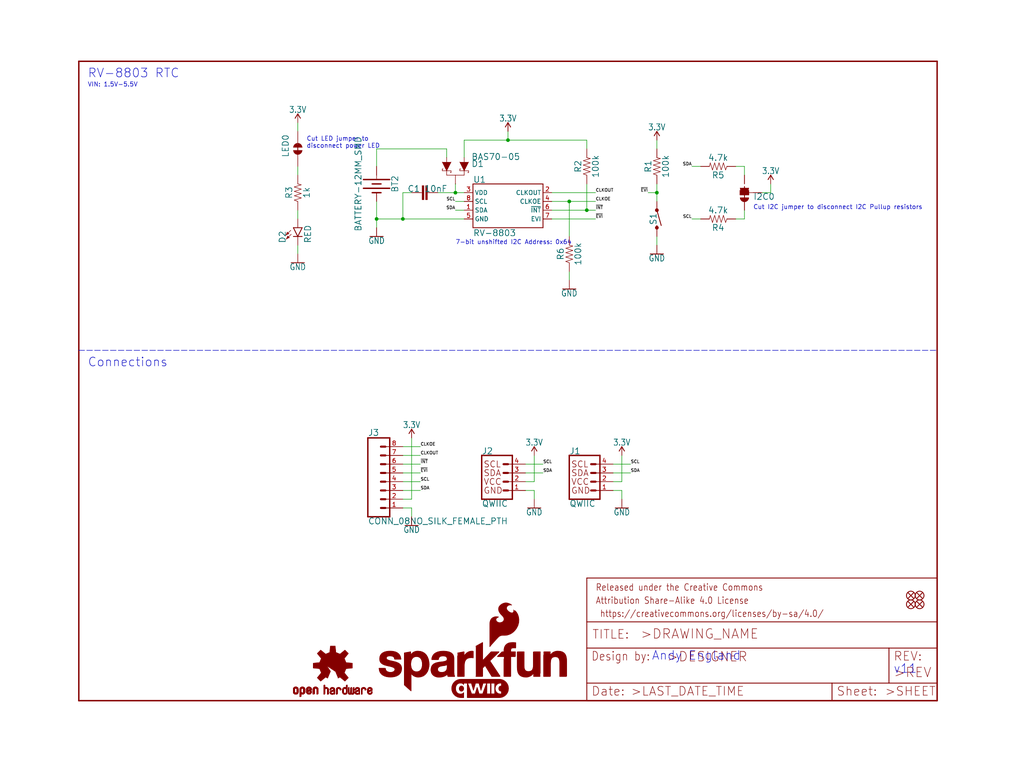
<source format=kicad_sch>
(kicad_sch (version 20211123) (generator eeschema)
  (paper "User" 297.002 223.926)
  (lib_symbols
    (symbol "eagleSchem-eagle-import:100KOHM-0603-1{slash}10W-1%"
      (property "Reference" "R" (at 0 1.524 0))
      (property "Value" "100KOHM-0603-1{slash}10W-1%" (at 0 -1.524 0))
      (symbol "100KOHM-0603-1{slash}10W-1%_1_0"
        (pin passive line (at -5.08 0 0) (length 2.54) (name "1") (number "1"))
        (pin passive line (at 5.08 0 180) (length 2.54) (name "2") (number "2"))
      )
    )
    (symbol "eagleSchem-eagle-import:10NF-0603-50V-10%"
      (property "Reference" "C" (at 1.524 2.921 0))
      (property "Value" "10NF-0603-50V-10%" (at 1.524 -2.159 0))
      (symbol "10NF-0603-50V-10%_1_0"
        (pin passive line (at 0 5.08 270) (length 2.54) (name "1") (number "1"))
        (pin passive line (at 0 -2.54 90) (length 2.54) (name "2") (number "2"))
      )
    )
    (symbol "eagleSchem-eagle-import:1KOHM-0603-1{slash}10W-1%"
      (property "Reference" "R" (at 0 1.524 0))
      (property "Value" "1KOHM-0603-1{slash}10W-1%" (at 0 -1.524 0))
      (symbol "1KOHM-0603-1{slash}10W-1%_1_0"
        (pin passive line (at -5.08 0 0) (length 2.54) (name "1") (number "1"))
        (pin passive line (at 5.08 0 180) (length 2.54) (name "2") (number "2"))
      )
    )
    (symbol "eagleSchem-eagle-import:3.3V" (power)
      (property "Value" "3.3V" (at 0 2.794 0))
      (symbol "3.3V_1_0"
        (pin power_in line (at 0 0 90) (length 2.54) (name "3.3V") (number "1"))
      )
    )
    (symbol "eagleSchem-eagle-import:4.7KOHM-0603-1{slash}10W-1%"
      (property "Reference" "R" (at 0 1.524 0))
      (property "Value" "4.7KOHM-0603-1{slash}10W-1%" (at 0 -1.524 0))
      (symbol "4.7KOHM-0603-1{slash}10W-1%_1_0"
        (pin passive line (at -5.08 0 0) (length 2.54) (name "1") (number "1"))
        (pin passive line (at 5.08 0 180) (length 2.54) (name "2") (number "2"))
      )
    )
    (symbol "eagleSchem-eagle-import:BATTERY-12MM_SMD"
      (property "Reference" "BT" (at 0 4.318 0))
      (property "Value" "BATTERY-12MM_SMD" (at 0 -4.318 0))
      (symbol "BATTERY-12MM_SMD_1_0"
        (pin power_in line (at 5.08 0 180) (length 2.54) (name "-") (number "GND"))
        (pin power_in line (at -5.08 0 0) (length 2.54) (name "+") (number "PWR@1"))
      )
    )
    (symbol "eagleSchem-eagle-import:CONN_08NO_SILK_FEMALE_PTH"
      (property "Reference" "J" (at -5.08 13.208 0))
      (property "Value" "CONN_08NO_SILK_FEMALE_PTH" (at -5.08 -12.446 0))
      (symbol "CONN_08NO_SILK_FEMALE_PTH_1_0"
        (pin passive line (at 5.08 -7.62 180) (length 5.08) (name "1") (number "1"))
        (pin passive line (at 5.08 -5.08 180) (length 5.08) (name "2") (number "2"))
        (pin passive line (at 5.08 -2.54 180) (length 5.08) (name "3") (number "3"))
        (pin passive line (at 5.08 0 180) (length 5.08) (name "4") (number "4"))
        (pin passive line (at 5.08 2.54 180) (length 5.08) (name "5") (number "5"))
        (pin passive line (at 5.08 5.08 180) (length 5.08) (name "6") (number "6"))
        (pin passive line (at 5.08 7.62 180) (length 5.08) (name "7") (number "7"))
        (pin passive line (at 5.08 10.16 180) (length 5.08) (name "8") (number "8"))
      )
    )
    (symbol "eagleSchem-eagle-import:DIODE-SCHOTTKY-DUAL"
      (property "Reference" "D" (at -2.54 2.032 0))
      (property "Value" "DIODE-SCHOTTKY-DUAL" (at -2.54 -7.112 0))
      (symbol "DIODE-SCHOTTKY-DUAL_1_0"
        (pin passive line (at -2.54 0 0) (length 0) (name "A") (number "1"))
        (pin passive line (at -2.54 -5.08 0) (length 0) (name "A1") (number "2"))
        (pin passive line (at 5.08 -2.54 180) (length 0) (name "C") (number "3"))
      )
    )
    (symbol "eagleSchem-eagle-import:FIDUCIALUFIDUCIAL")
    (symbol "eagleSchem-eagle-import:FRAME-LETTER"
      (symbol "FRAME-LETTER_2_0"
        (text " https://creativecommons.org/licenses/by-sa/4.0/" (at 2.54 24.13 0) (effects (font (size 1.9304 1.6408)) (justify left bottom)))
        (text ">DESIGNER" (at 23.114 11.176 0) (effects (font (size 2.7432 2.7432)) (justify left bottom)))
        (text ">DRAWING_NAME" (at 15.494 17.78 0) (effects (font (size 2.7432 2.7432)) (justify left bottom)))
        (text ">LAST_DATE_TIME" (at 12.7 1.27 0) (effects (font (size 2.54 2.54)) (justify left bottom)))
        (text ">REV" (at 88.9 6.604 0) (effects (font (size 2.7432 2.7432)) (justify left bottom)))
        (text ">SHEET" (at 86.36 1.27 0) (effects (font (size 2.54 2.54)) (justify left bottom)))
        (text "Attribution Share-Alike 4.0 License" (at 2.54 27.94 0) (effects (font (size 1.9304 1.6408)) (justify left bottom)))
        (text "Date:" (at 1.27 1.27 0) (effects (font (size 2.54 2.54)) (justify left bottom)))
        (text "Design by:" (at 1.27 11.43 0) (effects (font (size 2.54 2.159)) (justify left bottom)))
        (text "Released under the Creative Commons" (at 2.54 31.75 0) (effects (font (size 1.9304 1.6408)) (justify left bottom)))
        (text "REV:" (at 88.9 11.43 0) (effects (font (size 2.54 2.54)) (justify left bottom)))
        (text "Sheet:" (at 72.39 1.27 0) (effects (font (size 2.54 2.54)) (justify left bottom)))
        (text "TITLE:" (at 1.524 17.78 0) (effects (font (size 2.54 2.54)) (justify left bottom)))
      )
    )
    (symbol "eagleSchem-eagle-import:GND" (power)
      (property "Value" "GND" (at 0 -0.254 0))
      (symbol "GND_1_0"
        (pin power_in line (at 0 2.54 270) (length 2.54) (name "GND") (number "1"))
      )
    )
    (symbol "eagleSchem-eagle-import:JUMPER-SMT_2_NC_TRACE_NO-SILK"
      (property "Reference" "JP" (at -2.54 2.54 0))
      (property "Value" "JUMPER-SMT_2_NC_TRACE_NO-SILK" (at -2.54 -2.54 0))
      (symbol "JUMPER-SMT_2_NC_TRACE_NO-SILK_1_0"
        (pin passive line (at -5.08 0 0) (length 2.54) (name "1") (number "1"))
        (pin passive line (at 5.08 0 180) (length 2.54) (name "2") (number "2"))
      )
    )
    (symbol "eagleSchem-eagle-import:JUMPER-SMT_3_2-NC_TRACE_NO-SILK"
      (property "Reference" "JP" (at 2.54 0.381 0))
      (property "Value" "JUMPER-SMT_3_2-NC_TRACE_NO-SILK" (at 2.54 -0.381 0))
      (symbol "JUMPER-SMT_3_2-NC_TRACE_NO-SILK_1_0"
        (pin passive line (at 0 5.08 270) (length 2.54) (name "1") (number "1"))
        (pin passive line (at -5.08 0 0) (length 2.54) (name "2") (number "2"))
        (pin passive line (at 0 -5.08 90) (length 2.54) (name "3") (number "3"))
      )
    )
    (symbol "eagleSchem-eagle-import:LED-RED0603"
      (property "Reference" "D" (at -3.429 -4.572 90))
      (property "Value" "LED-RED0603" (at 1.905 -4.572 90))
      (symbol "LED-RED0603_1_0"
        (pin passive line (at 0 2.54 270) (length 2.54) (name "A") (number "A"))
        (pin passive line (at 0 -5.08 90) (length 2.54) (name "C") (number "C"))
      )
    )
    (symbol "eagleSchem-eagle-import:MOMENTARY-SWITCH-SPST-SMD-5.2MM-TALL"
      (property "Reference" "S" (at 0 1.524 0))
      (property "Value" "MOMENTARY-SWITCH-SPST-SMD-5.2MM-TALL" (at 0 -0.508 0))
      (symbol "MOMENTARY-SWITCH-SPST-SMD-5.2MM-TALL_1_0"
        (pin passive line (at -5.08 0 0) (length 2.54) (name "1") (number "1"))
        (pin passive line (at 5.08 0 180) (length 2.54) (name "2") (number "3"))
      )
    )
    (symbol "eagleSchem-eagle-import:OSHW-LOGOS")
    (symbol "eagleSchem-eagle-import:QWIIC_CONNECTORJS-1MM"
      (property "Reference" "J" (at -5.08 7.874 0))
      (property "Value" "QWIIC_CONNECTORJS-1MM" (at -5.08 -5.334 0))
      (symbol "QWIIC_CONNECTORJS-1MM_1_0"
        (text "GND" (at -4.572 -2.54 0) (effects (font (size 1.778 1.778)) (justify left)))
        (text "SCL" (at -4.572 5.08 0) (effects (font (size 1.778 1.778)) (justify left)))
        (text "SDA" (at -4.572 2.54 0) (effects (font (size 1.778 1.778)) (justify left)))
        (text "VCC" (at -4.572 0 0) (effects (font (size 1.778 1.778)) (justify left)))
        (pin power_in line (at 7.62 -2.54 180) (length 5.08) (name "1") (number "1"))
        (pin power_in line (at 7.62 0 180) (length 5.08) (name "2") (number "2"))
        (pin passive line (at 7.62 2.54 180) (length 5.08) (name "3") (number "3"))
        (pin passive line (at 7.62 5.08 180) (length 5.08) (name "4") (number "4"))
      )
    )
    (symbol "eagleSchem-eagle-import:QWIIC_LOGO_5MM")
    (symbol "eagleSchem-eagle-import:RV-8803"
      (property "Reference" "U" (at -10.16 5.334 0))
      (property "Value" "RV-8803" (at -10.16 -10.16 0))
      (symbol "RV-8803_1_0"
        (pin bidirectional line (at -12.7 -2.54 0) (length 2.54) (name "SDA") (number "1"))
        (pin bidirectional line (at 12.7 2.54 180) (length 2.54) (name "CLKOUT") (number "2"))
        (pin bidirectional line (at -12.7 2.54 0) (length 2.54) (name "VDD") (number "3"))
        (pin bidirectional line (at 12.7 0 180) (length 2.54) (name "CLKOE") (number "4"))
        (pin bidirectional line (at -12.7 -5.08 0) (length 2.54) (name "GND") (number "5"))
        (pin bidirectional line (at 12.7 -2.54 180) (length 2.54) (name "~{INT}") (number "6"))
        (pin bidirectional line (at 12.7 -5.08 180) (length 2.54) (name "EVI") (number "7"))
        (pin bidirectional line (at -12.7 0 0) (length 2.54) (name "SCL") (number "8"))
      )
    )
    (symbol "eagleSchem-eagle-import:SFE_LOGO_NAME.1_INCH")
    (symbol "eagleSchem-eagle-import:SFE_LOGO_NAME_FLAME.1_INCH")
  )
  (junction (at 147.32 40.64))
  (junction (at 165.1 58.42))
  (junction (at 132.08 55.88))
  (junction (at 170.18 60.96))
  (junction (at 116.84 63.5))
  (junction (at 190.5 55.88))
  (junction (at 109.22 63.5))
  (wire (pts (xy 203.2 63.5) (xy 200.66 63.5)))
  (wire (pts (xy 109.22 43.18) (xy 109.22 48.26)))
  (wire (pts (xy 203.2 48.26) (xy 200.66 48.26)))
  (wire (pts (xy 116.84 129.54) (xy 121.92 129.54)))
  (wire (pts (xy 170.18 60.96) (xy 160.02 60.96)))
  (wire (pts (xy 134.62 40.64) (xy 147.32 40.64)))
  (wire (pts (xy 215.9 63.5) (xy 213.36 63.5)))
  (wire (pts (xy 152.4 134.62) (xy 157.48 134.62)))
  (wire (pts (xy 152.4 142.24) (xy 154.94 142.24)))
  (wire (pts (xy 180.34 142.24) (xy 180.34 144.78)))
  (wire (pts (xy 160.02 55.88) (xy 172.72 55.88)))
  (wire (pts (xy 86.36 60.96) (xy 86.36 63.5)))
  (wire (pts (xy 190.5 55.88) (xy 187.96 55.88)))
  (wire (pts (xy 160.02 58.42) (xy 165.1 58.42)))
  (wire (pts (xy 116.84 142.24) (xy 121.92 142.24)))
  (wire (pts (xy 132.08 53.34) (xy 132.08 55.88)))
  (wire (pts (xy 86.36 50.8) (xy 86.36 48.26)))
  (wire (pts (xy 170.18 60.96) (xy 172.72 60.96)))
  (wire (pts (xy 109.22 43.18) (xy 129.54 43.18)))
  (wire (pts (xy 152.4 137.16) (xy 157.48 137.16)))
  (wire (pts (xy 116.84 55.88) (xy 116.84 63.5)))
  (wire (pts (xy 116.84 139.7) (xy 121.92 139.7)))
  (wire (pts (xy 220.98 55.88) (xy 223.52 55.88)))
  (wire (pts (xy 134.62 45.72) (xy 134.62 40.64)))
  (wire (pts (xy 165.1 78.74) (xy 165.1 81.28)))
  (wire (pts (xy 154.94 142.24) (xy 154.94 144.78)))
  (wire (pts (xy 190.5 53.34) (xy 190.5 55.88)))
  (polyline (pts (xy 22.86 101.6) (xy 271.78 101.6)))
  (wire (pts (xy 190.5 55.88) (xy 190.5 58.42)))
  (wire (pts (xy 215.9 48.26) (xy 215.9 50.8)))
  (wire (pts (xy 109.22 58.42) (xy 109.22 63.5)))
  (wire (pts (xy 134.62 58.42) (xy 132.08 58.42)))
  (wire (pts (xy 127 55.88) (xy 132.08 55.88)))
  (wire (pts (xy 223.52 55.88) (xy 223.52 53.34)))
  (wire (pts (xy 177.8 139.7) (xy 180.34 139.7)))
  (wire (pts (xy 116.84 63.5) (xy 134.62 63.5)))
  (wire (pts (xy 116.84 137.16) (xy 121.92 137.16)))
  (wire (pts (xy 180.34 139.7) (xy 180.34 132.08)))
  (wire (pts (xy 152.4 139.7) (xy 154.94 139.7)))
  (wire (pts (xy 86.36 73.66) (xy 86.36 71.12)))
  (wire (pts (xy 116.84 55.88) (xy 119.38 55.88)))
  (wire (pts (xy 190.5 68.58) (xy 190.5 71.12)))
  (wire (pts (xy 116.84 132.08) (xy 121.92 132.08)))
  (wire (pts (xy 160.02 63.5) (xy 172.72 63.5)))
  (wire (pts (xy 154.94 139.7) (xy 154.94 132.08)))
  (wire (pts (xy 116.84 63.5) (xy 109.22 63.5)))
  (wire (pts (xy 170.18 40.64) (xy 170.18 43.18)))
  (wire (pts (xy 119.38 144.78) (xy 119.38 127)))
  (wire (pts (xy 213.36 48.26) (xy 215.9 48.26)))
  (wire (pts (xy 165.1 58.42) (xy 172.72 58.42)))
  (wire (pts (xy 147.32 40.64) (xy 147.32 38.1)))
  (wire (pts (xy 177.8 134.62) (xy 182.88 134.62)))
  (wire (pts (xy 190.5 40.64) (xy 190.5 43.18)))
  (wire (pts (xy 170.18 53.34) (xy 170.18 60.96)))
  (wire (pts (xy 147.32 40.64) (xy 170.18 40.64)))
  (wire (pts (xy 86.36 35.56) (xy 86.36 38.1)))
  (wire (pts (xy 116.84 144.78) (xy 119.38 144.78)))
  (wire (pts (xy 116.84 147.32) (xy 119.38 147.32)))
  (wire (pts (xy 109.22 63.5) (xy 109.22 66.04)))
  (wire (pts (xy 177.8 137.16) (xy 182.88 137.16)))
  (wire (pts (xy 134.62 55.88) (xy 132.08 55.88)))
  (wire (pts (xy 119.38 147.32) (xy 119.38 149.86)))
  (wire (pts (xy 177.8 142.24) (xy 180.34 142.24)))
  (wire (pts (xy 116.84 134.62) (xy 121.92 134.62)))
  (wire (pts (xy 215.9 60.96) (xy 215.9 63.5)))
  (wire (pts (xy 134.62 60.96) (xy 132.08 60.96)))
  (wire (pts (xy 165.1 58.42) (xy 165.1 68.58)))
  (wire (pts (xy 129.54 43.18) (xy 129.54 45.72)))
  (text "Andy England" (at 188.976 191.77 180) (effects (font (size 2.54 2.54)) (justify left bottom)))
  (text "Cut I2C jumper to disconnect I2C Pullup resistors" (at 218.44 60.96 180) (effects (font (size 1.27 1.27)) (justify left bottom)))
  (text "Connections" (at 25.4 106.68 180) (effects (font (size 2.54 2.54)) (justify left bottom)))
  (text "RV-8803 RTC" (at 25.4 22.86 180) (effects (font (size 2.54 2.54)) (justify left bottom)))
  (text "Cut LED jumper to\ndisconnect power LED" (at 88.9 43.18 180) (effects (font (size 1.27 1.27)) (justify left bottom)))
  (text "v11" (at 259.08 195.58 180) (effects (font (size 2.54 2.54)) (justify left bottom)))
  (text "7-bit unshifted I2C Address: 0x64" (at 132.08 71.12 180) (effects (font (size 1.27 1.27)) (justify left bottom)))
  (text "VIN: 1.5V-5.5V" (at 25.4 25.4 180) (effects (font (size 1.27 1.27)) (justify left bottom)))
  (label "CLKOUT" (at 121.92 132.08 0) (effects (font (size 0.889 0.889))))
  (label "~{EVI}" (at 187.96 55.88 180) (effects (font (size 0.889 0.889))))
  (label "SCL" (at 182.88 134.62 0) (effects (font (size 0.889 0.889))))
  (label "SDA" (at 157.48 137.16 0) (effects (font (size 0.889 0.889))))
  (label "SCL" (at 132.08 58.42 180) (effects (font (size 0.889 0.889))))
  (label "~{EVI}" (at 121.92 137.16 0) (effects (font (size 0.889 0.889))))
  (label "SDA" (at 121.92 142.24 0) (effects (font (size 0.889 0.889))))
  (label "SDA" (at 200.66 48.26 180) (effects (font (size 0.889 0.889))))
  (label "~{INT}" (at 172.72 60.96 0) (effects (font (size 0.889 0.889))))
  (label "CLKOE" (at 172.72 58.42 0) (effects (font (size 0.889 0.889))))
  (label "CLKOE" (at 121.92 129.54 0) (effects (font (size 0.889 0.889))))
  (label "~{INT}" (at 121.92 134.62 0) (effects (font (size 0.889 0.889))))
  (label "SCL" (at 121.92 139.7 0) (effects (font (size 0.889 0.889))))
  (label "SDA" (at 132.08 60.96 180) (effects (font (size 0.889 0.889))))
  (label "SDA" (at 182.88 137.16 0) (effects (font (size 0.889 0.889))))
  (label "SCL" (at 157.48 134.62 0) (effects (font (size 0.889 0.889))))
  (label "CLKOUT" (at 172.72 55.88 0) (effects (font (size 0.889 0.889))))
  (label "SCL" (at 200.66 63.5 180) (effects (font (size 0.889 0.889))))
  (label "~{EVI}" (at 172.72 63.5 0) (effects (font (size 0.889 0.889))))
  (symbol (lib_id "eagleSchem-eagle-import:FIDUCIALUFIDUCIAL") (at 266.7 172.72 0) (unit 1)
    (property "Reference" "FD2" (effects hide))
    (property "Value" "FIDUCIALUFIDUCIAL" (effects hide))
    (property "Footprint" "eagleSchem:FIDUCIAL-MICRO" (effects hide))
  )
  (symbol (lib_id "eagleSchem-eagle-import:3.3V") (at 180.34 132.08 0) (unit 1)
    (property "Reference" "#SUPPLY1" (effects hide))
    (property "Value" "3.3V" (at 180.34 129.286 0) (effects (font (size 1.778 1.5113)) (justify bottom)))
    (property "Footprint" "eagleSchem:" (effects hide))
  )
  (symbol (lib_id "eagleSchem-eagle-import:100KOHM-0603-1{slash}10W-1%") (at 165.1 73.66 90) (unit 1)
    (property "Reference" "R6" (at 163.576 73.66 0) (effects (font (size 1.778 1.778)) (justify bottom)))
    (property "Value" "100k" (at 166.624 73.66 0) (effects (font (size 1.778 1.778)) (justify top)))
    (property "Footprint" "eagleSchem:0603" (effects hide))
  )
  (symbol (lib_id "eagleSchem-eagle-import:QWIIC_CONNECTORJS-1MM") (at 170.18 139.7 0) (unit 1)
    (property "Reference" "J1" (at 165.1 131.826 0) (effects (font (size 1.778 1.778)) (justify left bottom)))
    (property "Value" "QWIIC" (at 165.1 145.034 0) (effects (font (size 1.778 1.778)) (justify left top)))
    (property "Footprint" "eagleSchem:JST04_1MM_RA" (effects hide))
  )
  (symbol (lib_id "eagleSchem-eagle-import:DIODE-SCHOTTKY-DUAL") (at 134.62 48.26 270) (unit 1)
    (property "Reference" "D1" (at 136.652 48.514 90) (effects (font (size 1.778 1.778)) (justify left bottom)))
    (property "Value" "BAS70-05" (at 136.652 44.45 90) (effects (font (size 1.778 1.778)) (justify left top)))
    (property "Footprint" "eagleSchem:SOT23-3" (effects hide))
  )
  (symbol (lib_id "eagleSchem-eagle-import:100KOHM-0603-1{slash}10W-1%") (at 190.5 48.26 90) (unit 1)
    (property "Reference" "R1" (at 188.976 48.26 0) (effects (font (size 1.778 1.778)) (justify bottom)))
    (property "Value" "100k" (at 192.024 48.26 0) (effects (font (size 1.778 1.778)) (justify top)))
    (property "Footprint" "eagleSchem:0603" (effects hide))
  )
  (symbol (lib_id "eagleSchem-eagle-import:4.7KOHM-0603-1{slash}10W-1%") (at 208.28 63.5 180) (unit 1)
    (property "Reference" "R4" (at 208.28 65.024 0) (effects (font (size 1.778 1.778)) (justify bottom)))
    (property "Value" "4.7k" (at 208.28 61.976 0) (effects (font (size 1.778 1.778)) (justify top)))
    (property "Footprint" "eagleSchem:0603" (effects hide))
  )
  (symbol (lib_id "eagleSchem-eagle-import:10NF-0603-50V-10%") (at 124.46 55.88 90) (unit 1)
    (property "Reference" "C1" (at 121.92 53.721 90) (effects (font (size 1.778 1.778)) (justify left bottom)))
    (property "Value" "10nF" (at 129.794 53.721 90) (effects (font (size 1.778 1.778)) (justify left bottom)))
    (property "Footprint" "eagleSchem:0603" (effects hide))
  )
  (symbol (lib_id "eagleSchem-eagle-import:GND") (at 180.34 147.32 0) (unit 1)
    (property "Reference" "#GND2" (effects hide))
    (property "Value" "GND" (at 180.34 147.574 0) (effects (font (size 1.778 1.5113)) (justify top)))
    (property "Footprint" "eagleSchem:" (effects hide))
  )
  (symbol (lib_id "eagleSchem-eagle-import:100KOHM-0603-1{slash}10W-1%") (at 170.18 48.26 90) (unit 1)
    (property "Reference" "R2" (at 168.656 48.26 0) (effects (font (size 1.778 1.778)) (justify bottom)))
    (property "Value" "100k" (at 171.704 48.26 0) (effects (font (size 1.778 1.778)) (justify top)))
    (property "Footprint" "eagleSchem:0603" (effects hide))
  )
  (symbol (lib_id "eagleSchem-eagle-import:SFE_LOGO_NAME_FLAME.1_INCH") (at 109.22 200.66 0) (unit 1)
    (property "Reference" "LOGO1" (effects hide))
    (property "Value" "SFE_LOGO_NAME_FLAME.1_INCH" (effects hide))
    (property "Footprint" "eagleSchem:SFE_LOGO_NAME_FLAME_.1" (effects hide))
  )
  (symbol (lib_id "eagleSchem-eagle-import:GND") (at 109.22 68.58 0) (unit 1)
    (property "Reference" "#GND1" (effects hide))
    (property "Value" "GND" (at 109.22 68.834 0) (effects (font (size 1.778 1.5113)) (justify top)))
    (property "Footprint" "eagleSchem:" (effects hide))
  )
  (symbol (lib_id "eagleSchem-eagle-import:LED-RED0603") (at 86.36 66.04 0) (unit 1)
    (property "Reference" "D2" (at 82.931 70.612 90) (effects (font (size 1.778 1.778)) (justify left bottom)))
    (property "Value" "RED" (at 88.265 70.612 90) (effects (font (size 1.778 1.778)) (justify left top)))
    (property "Footprint" "eagleSchem:LED-0603" (effects hide))
  )
  (symbol (lib_id "eagleSchem-eagle-import:3.3V") (at 119.38 127 0) (unit 1)
    (property "Reference" "#SUPPLY3" (effects hide))
    (property "Value" "3.3V" (at 119.38 124.206 0) (effects (font (size 1.778 1.5113)) (justify bottom)))
    (property "Footprint" "eagleSchem:" (effects hide))
  )
  (symbol (lib_id "eagleSchem-eagle-import:RV-8803") (at 147.32 58.42 0) (unit 1)
    (property "Reference" "U1" (at 137.16 53.086 0) (effects (font (size 1.778 1.778)) (justify left bottom)))
    (property "Value" "RV-8803" (at 137.16 68.58 0) (effects (font (size 1.778 1.778)) (justify left bottom)))
    (property "Footprint" "eagleSchem:RV-3028" (effects hide))
  )
  (symbol (lib_id "eagleSchem-eagle-import:BATTERY-12MM_SMD") (at 109.22 53.34 270) (unit 1)
    (property "Reference" "BT2" (at 113.538 53.34 0) (effects (font (size 1.778 1.778)) (justify bottom)))
    (property "Value" "BATTERY-12MM_SMD" (at 104.902 53.34 0) (effects (font (size 1.778 1.778)) (justify top)))
    (property "Footprint" "eagleSchem:BATTCON_12MM" (effects hide))
  )
  (symbol (lib_id "eagleSchem-eagle-import:GND") (at 86.36 76.2 0) (unit 1)
    (property "Reference" "#GND6" (effects hide))
    (property "Value" "GND" (at 86.36 76.454 0) (effects (font (size 1.778 1.5113)) (justify top)))
    (property "Footprint" "eagleSchem:" (effects hide))
  )
  (symbol (lib_id "eagleSchem-eagle-import:3.3V") (at 154.94 132.08 0) (unit 1)
    (property "Reference" "#SUPPLY2" (effects hide))
    (property "Value" "3.3V" (at 154.94 129.286 0) (effects (font (size 1.778 1.5113)) (justify bottom)))
    (property "Footprint" "eagleSchem:" (effects hide))
  )
  (symbol (lib_id "eagleSchem-eagle-import:JUMPER-SMT_2_NC_TRACE_NO-SILK") (at 86.36 43.18 90) (unit 1)
    (property "Reference" "LED0" (at 83.82 45.72 0) (effects (font (size 1.778 1.778)) (justify left bottom)))
    (property "Value" "JUMPER-SMT_2_NC_TRACE_NO-SILK" (effects hide))
    (property "Footprint" "eagleSchem:SMT-JUMPER_2_NC_TRACE_NO-SILK" (effects hide))
  )
  (symbol (lib_id "eagleSchem-eagle-import:MOMENTARY-SWITCH-SPST-SMD-5.2MM-TALL") (at 190.5 63.5 270) (unit 1)
    (property "Reference" "S1" (at 188.468 63.5 0) (effects (font (size 1.778 1.778)) (justify bottom)))
    (property "Value" "MOMENTARY-SWITCH-SPST-SMD-5.2MM-TALL" (effects hide))
    (property "Footprint" "eagleSchem:TACTILE_SWITCH_SMD_5.2MM" (effects hide))
  )
  (symbol (lib_id "eagleSchem-eagle-import:JUMPER-SMT_3_2-NC_TRACE_NO-SILK") (at 215.9 55.88 180) (unit 1)
    (property "Reference" "I2C0" (at 218.44 58.039 0) (effects (font (size 1.778 1.778)) (justify right top)))
    (property "Value" "JUMPER-SMT_3_2-NC_TRACE_NO-SILK" (effects hide))
    (property "Footprint" "eagleSchem:SMT-JUMPER_3_2-NC_TRACE_NO-SILK" (effects hide))
  )
  (symbol (lib_id "eagleSchem-eagle-import:FRAME-LETTER") (at 22.86 203.2 0) (unit 1)
    (property "Reference" "FRAME1" (effects hide))
    (property "Value" "FRAME-LETTER" (effects hide))
    (property "Footprint" "eagleSchem:CREATIVE_COMMONS" (effects hide))
  )
  (symbol (lib_id "eagleSchem-eagle-import:OSHW-LOGOS") (at 96.52 193.04 0) (unit 1)
    (property "Reference" "LOGO2" (effects hide))
    (property "Value" "OSHW-LOGOS" (effects hide))
    (property "Footprint" "eagleSchem:OSHW-LOGO-S" (effects hide))
  )
  (symbol (lib_id "eagleSchem-eagle-import:FIDUCIALUFIDUCIAL") (at 264.16 175.26 0) (unit 1)
    (property "Reference" "FD4" (effects hide))
    (property "Value" "FIDUCIALUFIDUCIAL" (effects hide))
    (property "Footprint" "eagleSchem:FIDUCIAL-MICRO" (effects hide))
  )
  (symbol (lib_id "eagleSchem-eagle-import:GND") (at 190.5 73.66 0) (unit 1)
    (property "Reference" "#GND5" (effects hide))
    (property "Value" "GND" (at 190.5 73.914 0) (effects (font (size 1.778 1.5113)) (justify top)))
    (property "Footprint" "eagleSchem:" (effects hide))
  )
  (symbol (lib_id "eagleSchem-eagle-import:SFE_LOGO_NAME.1_INCH") (at 107.95 200.406 0) (unit 1)
    (property "Reference" "LOGO5" (effects hide))
    (property "Value" "SFE_LOGO_NAME.1_INCH" (effects hide))
    (property "Footprint" "eagleSchem:SFE_LOGO_NAME_.1" (effects hide))
  )
  (symbol (lib_id "eagleSchem-eagle-import:FRAME-LETTER") (at 170.18 203.2 0) (unit 2)
    (property "Reference" "FRAME1" (effects hide))
    (property "Value" "FRAME-LETTER" (effects hide))
    (property "Footprint" "eagleSchem:CREATIVE_COMMONS" (effects hide))
  )
  (symbol (lib_id "eagleSchem-eagle-import:3.3V") (at 86.36 35.56 0) (unit 1)
    (property "Reference" "#SUPPLY5" (effects hide))
    (property "Value" "3.3V" (at 86.36 32.766 0) (effects (font (size 1.778 1.5113)) (justify bottom)))
    (property "Footprint" "eagleSchem:" (effects hide))
  )
  (symbol (lib_id "eagleSchem-eagle-import:3.3V") (at 147.32 38.1 0) (unit 1)
    (property "Reference" "#SUPPLY4" (effects hide))
    (property "Value" "3.3V" (at 147.32 35.306 0) (effects (font (size 1.778 1.5113)) (justify bottom)))
    (property "Footprint" "eagleSchem:" (effects hide))
  )
  (symbol (lib_id "eagleSchem-eagle-import:3.3V") (at 223.52 53.34 0) (unit 1)
    (property "Reference" "#SUPPLY6" (effects hide))
    (property "Value" "3.3V" (at 223.52 50.546 0) (effects (font (size 1.778 1.5113)) (justify bottom)))
    (property "Footprint" "eagleSchem:" (effects hide))
  )
  (symbol (lib_id "eagleSchem-eagle-import:GND") (at 154.94 147.32 0) (unit 1)
    (property "Reference" "#GND3" (effects hide))
    (property "Value" "GND" (at 154.94 147.574 0) (effects (font (size 1.778 1.5113)) (justify top)))
    (property "Footprint" "eagleSchem:" (effects hide))
  )
  (symbol (lib_id "eagleSchem-eagle-import:FIDUCIALUFIDUCIAL") (at 264.16 172.72 0) (unit 1)
    (property "Reference" "FD1" (effects hide))
    (property "Value" "FIDUCIALUFIDUCIAL" (effects hide))
    (property "Footprint" "eagleSchem:FIDUCIAL-MICRO" (effects hide))
  )
  (symbol (lib_id "eagleSchem-eagle-import:1KOHM-0603-1{slash}10W-1%") (at 86.36 55.88 90) (unit 1)
    (property "Reference" "R3" (at 84.836 55.88 0) (effects (font (size 1.778 1.778)) (justify bottom)))
    (property "Value" "1k" (at 87.884 55.88 0) (effects (font (size 1.778 1.778)) (justify top)))
    (property "Footprint" "eagleSchem:0603" (effects hide))
  )
  (symbol (lib_id "eagleSchem-eagle-import:QWIIC_LOGO_5MM") (at 139.192 199.644 0) (unit 1)
    (property "Reference" "LOGO4" (effects hide))
    (property "Value" "QWIIC_LOGO_5MM" (effects hide))
    (property "Footprint" "eagleSchem:QWIIC_5MM" (effects hide))
  )
  (symbol (lib_id "eagleSchem-eagle-import:GND") (at 119.38 152.4 0) (unit 1)
    (property "Reference" "#GND4" (effects hide))
    (property "Value" "GND" (at 119.38 152.654 0) (effects (font (size 1.778 1.5113)) (justify top)))
    (property "Footprint" "eagleSchem:" (effects hide))
  )
  (symbol (lib_id "eagleSchem-eagle-import:4.7KOHM-0603-1{slash}10W-1%") (at 208.28 48.26 180) (unit 1)
    (property "Reference" "R5" (at 208.28 49.784 0) (effects (font (size 1.778 1.778)) (justify bottom)))
    (property "Value" "4.7k" (at 208.28 46.736 0) (effects (font (size 1.778 1.778)) (justify top)))
    (property "Footprint" "eagleSchem:0603" (effects hide))
  )
  (symbol (lib_id "eagleSchem-eagle-import:CONN_08NO_SILK_FEMALE_PTH") (at 111.76 139.7 0) (unit 1)
    (property "Reference" "J3" (at 106.68 126.492 0) (effects (font (size 1.778 1.778)) (justify left bottom)))
    (property "Value" "CONN_08NO_SILK_FEMALE_PTH" (at 106.68 152.146 0) (effects (font (size 1.778 1.778)) (justify left bottom)))
    (property "Footprint" "eagleSchem:1X08_NO_SILK" (effects hide))
  )
  (symbol (lib_id "eagleSchem-eagle-import:FIDUCIALUFIDUCIAL") (at 266.7 175.26 0) (unit 1)
    (property "Reference" "FD3" (effects hide))
    (property "Value" "FIDUCIALUFIDUCIAL" (effects hide))
    (property "Footprint" "eagleSchem:FIDUCIAL-MICRO" (effects hide))
  )
  (symbol (lib_id "eagleSchem-eagle-import:QWIIC_CONNECTORJS-1MM") (at 144.78 139.7 0) (unit 1)
    (property "Reference" "J2" (at 139.7 131.826 0) (effects (font (size 1.778 1.778)) (justify left bottom)))
    (property "Value" "QWIIC" (at 139.7 145.034 0) (effects (font (size 1.778 1.778)) (justify left top)))
    (property "Footprint" "eagleSchem:JST04_1MM_RA" (effects hide))
  )
  (symbol (lib_id "eagleSchem-eagle-import:GND") (at 165.1 83.82 0) (unit 1)
    (property "Reference" "#GND7" (effects hide))
    (property "Value" "GND" (at 165.1 84.074 0) (effects (font (size 1.778 1.5113)) (justify top)))
    (property "Footprint" "eagleSchem:" (effects hide))
  )
  (symbol (lib_id "eagleSchem-eagle-import:3.3V") (at 190.5 40.64 0) (unit 1)
    (property "Reference" "#SUPPLY7" (effects hide))
    (property "Value" "3.3V" (at 190.5 37.846 0) (effects (font (size 1.778 1.5113)) (justify bottom)))
    (property "Footprint" "eagleSchem:" (effects hide))
  )
)
</source>
